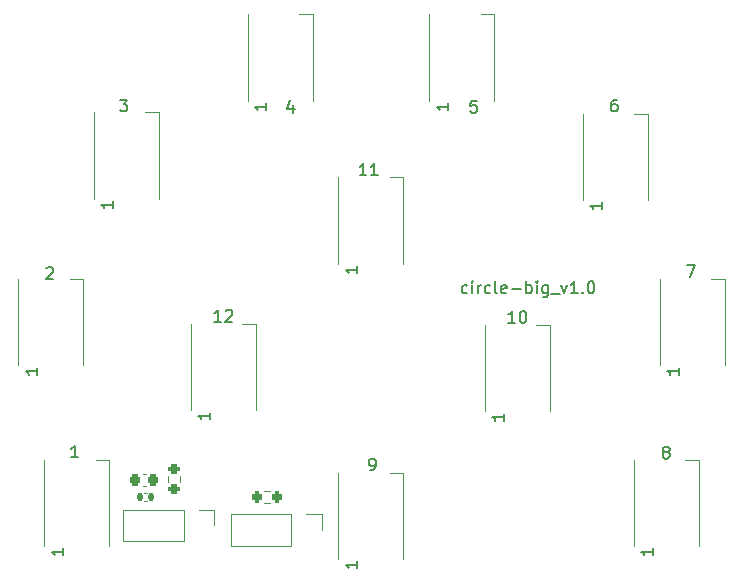
<source format=gto>
%TF.GenerationSoftware,KiCad,Pcbnew,6.0.4-6f826c9f35~116~ubuntu20.04.1*%
%TF.CreationDate,2022-04-29T21:32:22-06:00*%
%TF.ProjectId,circle-big,63697263-6c65-42d6-9269-672e6b696361,rev?*%
%TF.SameCoordinates,Original*%
%TF.FileFunction,Legend,Top*%
%TF.FilePolarity,Positive*%
%FSLAX46Y46*%
G04 Gerber Fmt 4.6, Leading zero omitted, Abs format (unit mm)*
G04 Created by KiCad (PCBNEW 6.0.4-6f826c9f35~116~ubuntu20.04.1) date 2022-04-29 21:32:22*
%MOMM*%
%LPD*%
G01*
G04 APERTURE LIST*
G04 Aperture macros list*
%AMRoundRect*
0 Rectangle with rounded corners*
0 $1 Rounding radius*
0 $2 $3 $4 $5 $6 $7 $8 $9 X,Y pos of 4 corners*
0 Add a 4 corners polygon primitive as box body*
4,1,4,$2,$3,$4,$5,$6,$7,$8,$9,$2,$3,0*
0 Add four circle primitives for the rounded corners*
1,1,$1+$1,$2,$3*
1,1,$1+$1,$4,$5*
1,1,$1+$1,$6,$7*
1,1,$1+$1,$8,$9*
0 Add four rect primitives between the rounded corners*
20,1,$1+$1,$2,$3,$4,$5,0*
20,1,$1+$1,$4,$5,$6,$7,0*
20,1,$1+$1,$6,$7,$8,$9,0*
20,1,$1+$1,$8,$9,$2,$3,0*%
G04 Aperture macros list end*
%ADD10C,0.150000*%
%ADD11C,0.120000*%
%ADD12R,1.000000X1.500000*%
%ADD13RoundRect,0.200000X-0.200000X-0.275000X0.200000X-0.275000X0.200000X0.275000X-0.200000X0.275000X0*%
%ADD14R,1.700000X1.700000*%
%ADD15O,1.700000X1.700000*%
%ADD16RoundRect,0.225000X-0.225000X-0.250000X0.225000X-0.250000X0.225000X0.250000X-0.225000X0.250000X0*%
%ADD17RoundRect,0.200000X0.275000X-0.200000X0.275000X0.200000X-0.275000X0.200000X-0.275000X-0.200000X0*%
%ADD18C,3.200000*%
%ADD19RoundRect,0.140000X-0.140000X-0.170000X0.140000X-0.170000X0.140000X0.170000X-0.140000X0.170000X0*%
G04 APERTURE END LIST*
D10*
X20614285Y-38747619D02*
X20661904Y-38700000D01*
X20757142Y-38652380D01*
X20995238Y-38652380D01*
X21090476Y-38700000D01*
X21138095Y-38747619D01*
X21185714Y-38842857D01*
X21185714Y-38938095D01*
X21138095Y-39080952D01*
X20566666Y-39652380D01*
X21185714Y-39652380D01*
X74866666Y-38452380D02*
X75533333Y-38452380D01*
X75104761Y-39452380D01*
X41490476Y-24885714D02*
X41490476Y-25552380D01*
X41252380Y-24504761D02*
X41014285Y-25219047D01*
X41633333Y-25219047D01*
X57038095Y-24552380D02*
X56561904Y-24552380D01*
X56514285Y-25028571D01*
X56561904Y-24980952D01*
X56657142Y-24933333D01*
X56895238Y-24933333D01*
X56990476Y-24980952D01*
X57038095Y-25028571D01*
X57085714Y-25123809D01*
X57085714Y-25361904D01*
X57038095Y-25457142D01*
X56990476Y-25504761D01*
X56895238Y-25552380D01*
X56657142Y-25552380D01*
X56561904Y-25504761D01*
X56514285Y-25457142D01*
X47709523Y-30852380D02*
X47138095Y-30852380D01*
X47423809Y-30852380D02*
X47423809Y-29852380D01*
X47328571Y-29995238D01*
X47233333Y-30090476D01*
X47138095Y-30138095D01*
X48661904Y-30852380D02*
X48090476Y-30852380D01*
X48376190Y-30852380D02*
X48376190Y-29852380D01*
X48280952Y-29995238D01*
X48185714Y-30090476D01*
X48090476Y-30138095D01*
X73004761Y-54280952D02*
X72909523Y-54233333D01*
X72861904Y-54185714D01*
X72814285Y-54090476D01*
X72814285Y-54042857D01*
X72861904Y-53947619D01*
X72909523Y-53900000D01*
X73004761Y-53852380D01*
X73195238Y-53852380D01*
X73290476Y-53900000D01*
X73338095Y-53947619D01*
X73385714Y-54042857D01*
X73385714Y-54090476D01*
X73338095Y-54185714D01*
X73290476Y-54233333D01*
X73195238Y-54280952D01*
X73004761Y-54280952D01*
X72909523Y-54328571D01*
X72861904Y-54376190D01*
X72814285Y-54471428D01*
X72814285Y-54661904D01*
X72861904Y-54757142D01*
X72909523Y-54804761D01*
X73004761Y-54852380D01*
X73195238Y-54852380D01*
X73290476Y-54804761D01*
X73338095Y-54757142D01*
X73385714Y-54661904D01*
X73385714Y-54471428D01*
X73338095Y-54376190D01*
X73290476Y-54328571D01*
X73195238Y-54280952D01*
X56257142Y-40804761D02*
X56161904Y-40852380D01*
X55971428Y-40852380D01*
X55876190Y-40804761D01*
X55828571Y-40757142D01*
X55780952Y-40661904D01*
X55780952Y-40376190D01*
X55828571Y-40280952D01*
X55876190Y-40233333D01*
X55971428Y-40185714D01*
X56161904Y-40185714D01*
X56257142Y-40233333D01*
X56685714Y-40852380D02*
X56685714Y-40185714D01*
X56685714Y-39852380D02*
X56638095Y-39900000D01*
X56685714Y-39947619D01*
X56733333Y-39900000D01*
X56685714Y-39852380D01*
X56685714Y-39947619D01*
X57161904Y-40852380D02*
X57161904Y-40185714D01*
X57161904Y-40376190D02*
X57209523Y-40280952D01*
X57257142Y-40233333D01*
X57352380Y-40185714D01*
X57447619Y-40185714D01*
X58209523Y-40804761D02*
X58114285Y-40852380D01*
X57923809Y-40852380D01*
X57828571Y-40804761D01*
X57780952Y-40757142D01*
X57733333Y-40661904D01*
X57733333Y-40376190D01*
X57780952Y-40280952D01*
X57828571Y-40233333D01*
X57923809Y-40185714D01*
X58114285Y-40185714D01*
X58209523Y-40233333D01*
X58780952Y-40852380D02*
X58685714Y-40804761D01*
X58638095Y-40709523D01*
X58638095Y-39852380D01*
X59542857Y-40804761D02*
X59447619Y-40852380D01*
X59257142Y-40852380D01*
X59161904Y-40804761D01*
X59114285Y-40709523D01*
X59114285Y-40328571D01*
X59161904Y-40233333D01*
X59257142Y-40185714D01*
X59447619Y-40185714D01*
X59542857Y-40233333D01*
X59590476Y-40328571D01*
X59590476Y-40423809D01*
X59114285Y-40519047D01*
X60019047Y-40471428D02*
X60780952Y-40471428D01*
X61257142Y-40852380D02*
X61257142Y-39852380D01*
X61257142Y-40233333D02*
X61352380Y-40185714D01*
X61542857Y-40185714D01*
X61638095Y-40233333D01*
X61685714Y-40280952D01*
X61733333Y-40376190D01*
X61733333Y-40661904D01*
X61685714Y-40757142D01*
X61638095Y-40804761D01*
X61542857Y-40852380D01*
X61352380Y-40852380D01*
X61257142Y-40804761D01*
X62161904Y-40852380D02*
X62161904Y-40185714D01*
X62161904Y-39852380D02*
X62114285Y-39900000D01*
X62161904Y-39947619D01*
X62209523Y-39900000D01*
X62161904Y-39852380D01*
X62161904Y-39947619D01*
X63066666Y-40185714D02*
X63066666Y-40995238D01*
X63019047Y-41090476D01*
X62971428Y-41138095D01*
X62876190Y-41185714D01*
X62733333Y-41185714D01*
X62638095Y-41138095D01*
X63066666Y-40804761D02*
X62971428Y-40852380D01*
X62780952Y-40852380D01*
X62685714Y-40804761D01*
X62638095Y-40757142D01*
X62590476Y-40661904D01*
X62590476Y-40376190D01*
X62638095Y-40280952D01*
X62685714Y-40233333D01*
X62780952Y-40185714D01*
X62971428Y-40185714D01*
X63066666Y-40233333D01*
X63304761Y-40947619D02*
X64066666Y-40947619D01*
X64209523Y-40185714D02*
X64447619Y-40852380D01*
X64685714Y-40185714D01*
X65590476Y-40852380D02*
X65019047Y-40852380D01*
X65304761Y-40852380D02*
X65304761Y-39852380D01*
X65209523Y-39995238D01*
X65114285Y-40090476D01*
X65019047Y-40138095D01*
X66019047Y-40757142D02*
X66066666Y-40804761D01*
X66019047Y-40852380D01*
X65971428Y-40804761D01*
X66019047Y-40757142D01*
X66019047Y-40852380D01*
X66685714Y-39852380D02*
X66780952Y-39852380D01*
X66876190Y-39900000D01*
X66923809Y-39947619D01*
X66971428Y-40042857D01*
X67019047Y-40233333D01*
X67019047Y-40471428D01*
X66971428Y-40661904D01*
X66923809Y-40757142D01*
X66876190Y-40804761D01*
X66780952Y-40852380D01*
X66685714Y-40852380D01*
X66590476Y-40804761D01*
X66542857Y-40757142D01*
X66495238Y-40661904D01*
X66447619Y-40471428D01*
X66447619Y-40233333D01*
X66495238Y-40042857D01*
X66542857Y-39947619D01*
X66590476Y-39900000D01*
X66685714Y-39852380D01*
X68890476Y-24452380D02*
X68700000Y-24452380D01*
X68604761Y-24500000D01*
X68557142Y-24547619D01*
X68461904Y-24690476D01*
X68414285Y-24880952D01*
X68414285Y-25261904D01*
X68461904Y-25357142D01*
X68509523Y-25404761D01*
X68604761Y-25452380D01*
X68795238Y-25452380D01*
X68890476Y-25404761D01*
X68938095Y-25357142D01*
X68985714Y-25261904D01*
X68985714Y-25023809D01*
X68938095Y-24928571D01*
X68890476Y-24880952D01*
X68795238Y-24833333D01*
X68604761Y-24833333D01*
X68509523Y-24880952D01*
X68461904Y-24928571D01*
X68414285Y-25023809D01*
X35409523Y-43252380D02*
X34838095Y-43252380D01*
X35123809Y-43252380D02*
X35123809Y-42252380D01*
X35028571Y-42395238D01*
X34933333Y-42490476D01*
X34838095Y-42538095D01*
X35790476Y-42347619D02*
X35838095Y-42300000D01*
X35933333Y-42252380D01*
X36171428Y-42252380D01*
X36266666Y-42300000D01*
X36314285Y-42347619D01*
X36361904Y-42442857D01*
X36361904Y-42538095D01*
X36314285Y-42680952D01*
X35742857Y-43252380D01*
X36361904Y-43252380D01*
X60309523Y-43352380D02*
X59738095Y-43352380D01*
X60023809Y-43352380D02*
X60023809Y-42352380D01*
X59928571Y-42495238D01*
X59833333Y-42590476D01*
X59738095Y-42638095D01*
X60928571Y-42352380D02*
X61023809Y-42352380D01*
X61119047Y-42400000D01*
X61166666Y-42447619D01*
X61214285Y-42542857D01*
X61261904Y-42733333D01*
X61261904Y-42971428D01*
X61214285Y-43161904D01*
X61166666Y-43257142D01*
X61119047Y-43304761D01*
X61023809Y-43352380D01*
X60928571Y-43352380D01*
X60833333Y-43304761D01*
X60785714Y-43257142D01*
X60738095Y-43161904D01*
X60690476Y-42971428D01*
X60690476Y-42733333D01*
X60738095Y-42542857D01*
X60785714Y-42447619D01*
X60833333Y-42400000D01*
X60928571Y-42352380D01*
X48009523Y-55852380D02*
X48200000Y-55852380D01*
X48295238Y-55804761D01*
X48342857Y-55757142D01*
X48438095Y-55614285D01*
X48485714Y-55423809D01*
X48485714Y-55042857D01*
X48438095Y-54947619D01*
X48390476Y-54900000D01*
X48295238Y-54852380D01*
X48104761Y-54852380D01*
X48009523Y-54900000D01*
X47961904Y-54947619D01*
X47914285Y-55042857D01*
X47914285Y-55280952D01*
X47961904Y-55376190D01*
X48009523Y-55423809D01*
X48104761Y-55471428D01*
X48295238Y-55471428D01*
X48390476Y-55423809D01*
X48438095Y-55376190D01*
X48485714Y-55280952D01*
X23285714Y-54752380D02*
X22714285Y-54752380D01*
X23000000Y-54752380D02*
X23000000Y-53752380D01*
X22904761Y-53895238D01*
X22809523Y-53990476D01*
X22714285Y-54038095D01*
X26866666Y-24452380D02*
X27485714Y-24452380D01*
X27152380Y-24833333D01*
X27295238Y-24833333D01*
X27390476Y-24880952D01*
X27438095Y-24928571D01*
X27485714Y-25023809D01*
X27485714Y-25261904D01*
X27438095Y-25357142D01*
X27390476Y-25404761D01*
X27295238Y-25452380D01*
X27009523Y-25452380D01*
X26914285Y-25404761D01*
X26866666Y-25357142D01*
%TO.C,D1*%
X22052380Y-62464285D02*
X22052380Y-63035714D01*
X22052380Y-62750000D02*
X21052380Y-62750000D01*
X21195238Y-62845238D01*
X21290476Y-62940476D01*
X21338095Y-63035714D01*
%TO.C,D11*%
X74152380Y-47164285D02*
X74152380Y-47735714D01*
X74152380Y-47450000D02*
X73152380Y-47450000D01*
X73295238Y-47545238D01*
X73390476Y-47640476D01*
X73438095Y-47735714D01*
%TO.C,D7*%
X46952380Y-38564285D02*
X46952380Y-39135714D01*
X46952380Y-38850000D02*
X45952380Y-38850000D01*
X46095238Y-38945238D01*
X46190476Y-39040476D01*
X46238095Y-39135714D01*
%TO.C,D3*%
X46952380Y-63564285D02*
X46952380Y-64135714D01*
X46952380Y-63850000D02*
X45952380Y-63850000D01*
X46095238Y-63945238D01*
X46190476Y-64040476D01*
X46238095Y-64135714D01*
%TO.C,D12*%
X71952380Y-62464285D02*
X71952380Y-63035714D01*
X71952380Y-62750000D02*
X70952380Y-62750000D01*
X71095238Y-62845238D01*
X71190476Y-62940476D01*
X71238095Y-63035714D01*
%TO.C,D10*%
X67652380Y-33164285D02*
X67652380Y-33735714D01*
X67652380Y-33450000D02*
X66652380Y-33450000D01*
X66795238Y-33545238D01*
X66890476Y-33640476D01*
X66938095Y-33735714D01*
%TO.C,D2*%
X19852380Y-47164285D02*
X19852380Y-47735714D01*
X19852380Y-47450000D02*
X18852380Y-47450000D01*
X18995238Y-47545238D01*
X19090476Y-47640476D01*
X19138095Y-47735714D01*
%TO.C,D4*%
X26252380Y-33064285D02*
X26252380Y-33635714D01*
X26252380Y-33350000D02*
X25252380Y-33350000D01*
X25395238Y-33445238D01*
X25490476Y-33540476D01*
X25538095Y-33635714D01*
%TO.C,D5*%
X59352380Y-51064285D02*
X59352380Y-51635714D01*
X59352380Y-51350000D02*
X58352380Y-51350000D01*
X58495238Y-51445238D01*
X58590476Y-51540476D01*
X58638095Y-51635714D01*
%TO.C,D6*%
X39252380Y-24764285D02*
X39252380Y-25335714D01*
X39252380Y-25050000D02*
X38252380Y-25050000D01*
X38395238Y-25145238D01*
X38490476Y-25240476D01*
X38538095Y-25335714D01*
%TO.C,D9*%
X34452380Y-50964285D02*
X34452380Y-51535714D01*
X34452380Y-51250000D02*
X33452380Y-51250000D01*
X33595238Y-51345238D01*
X33690476Y-51440476D01*
X33738095Y-51535714D01*
%TO.C,D8*%
X54652380Y-24764285D02*
X54652380Y-25335714D01*
X54652380Y-25050000D02*
X53652380Y-25050000D01*
X53795238Y-25145238D01*
X53890476Y-25240476D01*
X53938095Y-25335714D01*
D11*
%TO.C,D1*%
X20450000Y-62250000D02*
X20450000Y-54950000D01*
X25950000Y-54950000D02*
X24800000Y-54950000D01*
X25950000Y-62250000D02*
X25950000Y-54950000D01*
%TO.C,D11*%
X78050000Y-46950000D02*
X78050000Y-39650000D01*
X72550000Y-46950000D02*
X72550000Y-39650000D01*
X78050000Y-39650000D02*
X76900000Y-39650000D01*
%TO.C,D7*%
X50850000Y-38350000D02*
X50850000Y-31050000D01*
X45350000Y-38350000D02*
X45350000Y-31050000D01*
X50850000Y-31050000D02*
X49700000Y-31050000D01*
%TO.C,D3*%
X50850000Y-63350000D02*
X50850000Y-56050000D01*
X45350000Y-63350000D02*
X45350000Y-56050000D01*
X50850000Y-56050000D02*
X49700000Y-56050000D01*
%TO.C,D12*%
X70350000Y-62250000D02*
X70350000Y-54950000D01*
X75850000Y-54950000D02*
X74700000Y-54950000D01*
X75850000Y-62250000D02*
X75850000Y-54950000D01*
%TO.C,D10*%
X66050000Y-32950000D02*
X66050000Y-25650000D01*
X71550000Y-25650000D02*
X70400000Y-25650000D01*
X71550000Y-32950000D02*
X71550000Y-25650000D01*
%TO.C,R2*%
X39062742Y-57577500D02*
X39537258Y-57577500D01*
X39062742Y-58622500D02*
X39537258Y-58622500D01*
%TO.C,D2*%
X23750000Y-39650000D02*
X22600000Y-39650000D01*
X23750000Y-46950000D02*
X23750000Y-39650000D01*
X18250000Y-46950000D02*
X18250000Y-39650000D01*
%TO.C,J2*%
X41355000Y-59570000D02*
X41355000Y-62230000D01*
X41355000Y-59570000D02*
X36215000Y-59570000D01*
X42625000Y-59570000D02*
X43955000Y-59570000D01*
X43955000Y-59570000D02*
X43955000Y-60900000D01*
X36215000Y-59570000D02*
X36215000Y-62230000D01*
X41355000Y-62230000D02*
X36215000Y-62230000D01*
%TO.C,C1*%
X28759420Y-57210000D02*
X29040580Y-57210000D01*
X28759420Y-56190000D02*
X29040580Y-56190000D01*
%TO.C,R1*%
X30877500Y-56837258D02*
X30877500Y-56362742D01*
X31922500Y-56837258D02*
X31922500Y-56362742D01*
%TO.C,D4*%
X30150000Y-25550000D02*
X29000000Y-25550000D01*
X24650000Y-32850000D02*
X24650000Y-25550000D01*
X30150000Y-32850000D02*
X30150000Y-25550000D01*
%TO.C,D5*%
X57750000Y-50850000D02*
X57750000Y-43550000D01*
X63250000Y-50850000D02*
X63250000Y-43550000D01*
X63250000Y-43550000D02*
X62100000Y-43550000D01*
%TO.C,C2*%
X28892164Y-58460000D02*
X29107836Y-58460000D01*
X28892164Y-57740000D02*
X29107836Y-57740000D01*
%TO.C,D6*%
X43150000Y-24550000D02*
X43150000Y-17250000D01*
X37650000Y-24550000D02*
X37650000Y-17250000D01*
X43150000Y-17250000D02*
X42000000Y-17250000D01*
%TO.C,D9*%
X38350000Y-50750000D02*
X38350000Y-43450000D01*
X32850000Y-50750000D02*
X32850000Y-43450000D01*
X38350000Y-43450000D02*
X37200000Y-43450000D01*
%TO.C,J1*%
X32245000Y-59170000D02*
X27105000Y-59170000D01*
X33515000Y-59170000D02*
X34845000Y-59170000D01*
X32245000Y-61830000D02*
X27105000Y-61830000D01*
X27105000Y-59170000D02*
X27105000Y-61830000D01*
X32245000Y-59170000D02*
X32245000Y-61830000D01*
X34845000Y-59170000D02*
X34845000Y-60500000D01*
%TO.C,D8*%
X58550000Y-24550000D02*
X58550000Y-17250000D01*
X53050000Y-24550000D02*
X53050000Y-17250000D01*
X58550000Y-17250000D02*
X57400000Y-17250000D01*
%TD*%
%LPC*%
D12*
%TO.C,D1*%
X21600000Y-61050000D03*
X24800000Y-61050000D03*
X24800000Y-56150000D03*
X21600000Y-56150000D03*
%TD*%
%TO.C,D11*%
X73700000Y-45750000D03*
X76900000Y-45750000D03*
X76900000Y-40850000D03*
X73700000Y-40850000D03*
%TD*%
%TO.C,D7*%
X46500000Y-37150000D03*
X49700000Y-37150000D03*
X49700000Y-32250000D03*
X46500000Y-32250000D03*
%TD*%
%TO.C,D3*%
X46500000Y-62150000D03*
X49700000Y-62150000D03*
X49700000Y-57250000D03*
X46500000Y-57250000D03*
%TD*%
%TO.C,D12*%
X71500000Y-61050000D03*
X74700000Y-61050000D03*
X74700000Y-56150000D03*
X71500000Y-56150000D03*
%TD*%
%TO.C,D10*%
X67200000Y-31750000D03*
X70400000Y-31750000D03*
X70400000Y-26850000D03*
X67200000Y-26850000D03*
%TD*%
D13*
%TO.C,R2*%
X38475000Y-58100000D03*
X40125000Y-58100000D03*
%TD*%
D12*
%TO.C,D2*%
X19400000Y-45750000D03*
X22600000Y-45750000D03*
X22600000Y-40850000D03*
X19400000Y-40850000D03*
%TD*%
D14*
%TO.C,J2*%
X42625000Y-60900000D03*
D15*
X40085000Y-60900000D03*
X37545000Y-60900000D03*
%TD*%
D16*
%TO.C,C1*%
X28125000Y-56700000D03*
X29675000Y-56700000D03*
%TD*%
D17*
%TO.C,R1*%
X31400000Y-57425000D03*
X31400000Y-55775000D03*
%TD*%
D18*
%TO.C,H1*%
X55707999Y-58700000D03*
%TD*%
%TO.C,H3*%
X60600000Y-30300000D03*
%TD*%
D12*
%TO.C,D4*%
X25800000Y-31650000D03*
X29000000Y-31650000D03*
X29000000Y-26750000D03*
X25800000Y-26750000D03*
%TD*%
%TO.C,D5*%
X58900000Y-49650000D03*
X62100000Y-49650000D03*
X62100000Y-44750000D03*
X58900000Y-44750000D03*
%TD*%
D19*
%TO.C,C2*%
X28520000Y-58100000D03*
X29480000Y-58100000D03*
%TD*%
D12*
%TO.C,D6*%
X38800000Y-23350000D03*
X42000000Y-23350000D03*
X42000000Y-18450000D03*
X38800000Y-18450000D03*
%TD*%
%TO.C,D9*%
X34000000Y-49550000D03*
X37200000Y-49550000D03*
X37200000Y-44650000D03*
X34000000Y-44650000D03*
%TD*%
D14*
%TO.C,J1*%
X33515000Y-60500000D03*
D15*
X30975000Y-60500000D03*
X28435000Y-60500000D03*
%TD*%
D12*
%TO.C,D8*%
X54200000Y-23350000D03*
X57400000Y-23350000D03*
X57400000Y-18450000D03*
X54200000Y-18450000D03*
%TD*%
D18*
%TO.C,H2*%
X35700000Y-30300000D03*
%TD*%
M02*

</source>
